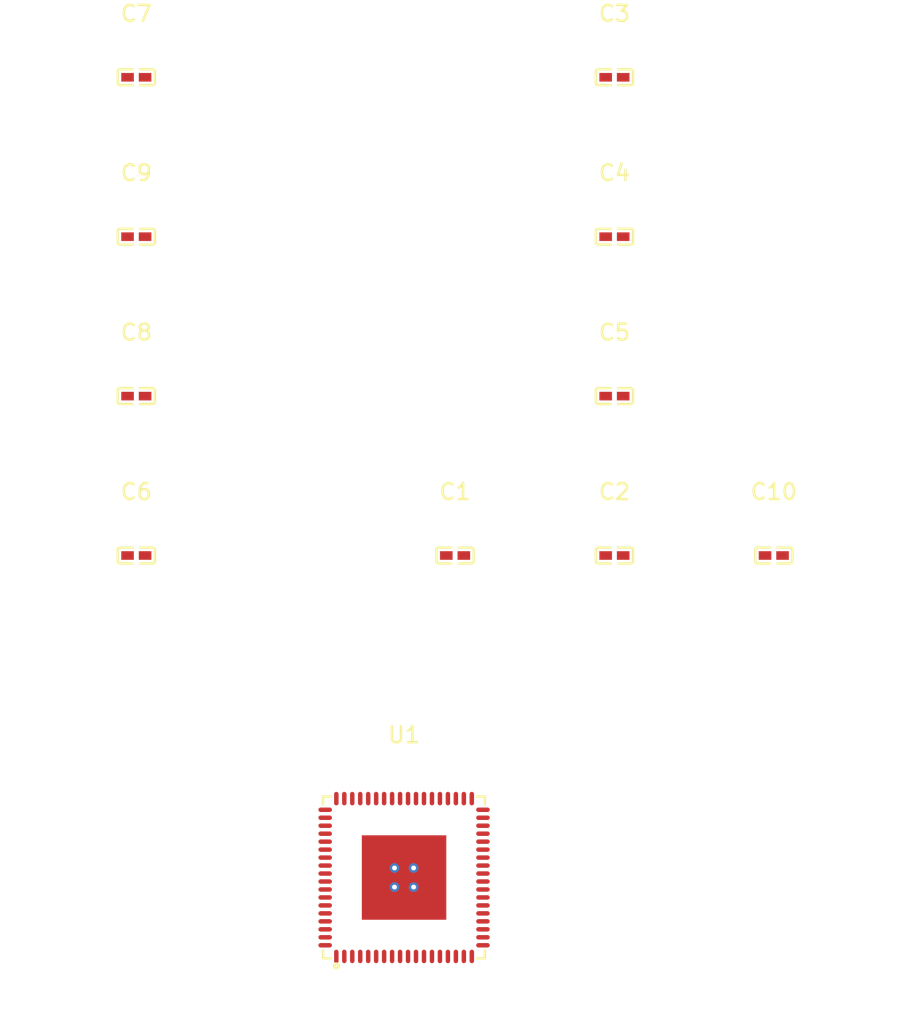
<source format=kicad_pcb>
(kicad_pcb (version 20241229) (generator "pcbnew") (generator_version "9.0")
  (layers (0 "F.Cu" signal) (2 "B.Cu" signal) (13 "F.Paste" user) (15 "B.Paste" user) (5 "F.SilkS" user "F.Silkscreen") (7 "B.SilkS" user "B.Silkscreen") (1 "F.Mask" user) (3 "B.Mask" user) (25 "Edge.Cuts" user))
  (net 0 "")
  (net 2 "LRCLK_OUT3_MP9")
  (net 3 "MOSI_ADDR1")
  (net 4 "BCLK_OUT0")
  (net 5 "LRCLK_IN3_MP13")
  (net 6 "BCLK_IN0")
  (net 7 "LRCLK_OUT1_MP5")
  (net 8 "SDATA_OUT2")
  (net 9 "AUXADC4")
  (net 10 "AUXADC3")
  (net 11 "nRESET")
  (net 12 "SDATA_IN0")
  (net 13 "SPDIFOUT")
  (net 14 "AUXADC2")
  (net 15 "BCLK_IN1")
  (net 16 "BCLK_IN2")
  (net 17 "MISO_SDA")
  (net 18 "VDRIVE")
  (net 19 "MOSI_M_MP1")
  (net 20 "PLLFILT")
  (net 21 "BCLK_OUT1")
  (net 22 "XTALOUT")
  (net 23 "MP7")
  (net 24 "LRCLK_OUT0_MP4")
  (net 25 "SDATA_OUT0")
  (net 26 "AUXADC5")
  (net 27 "SS_M_MP0")
  (net 28 "LRCLK_IN0_MP10")
  (net 30 "AUXADC0")
  (net 31 "LRCLK_OUT2_MP8")
  (net 32 "AUXADC1")
  (net 33 "SDATA_OUT3")
  (net 34 "SDATA_IN2")
  (net 35 "BCLK_OUT2")
  (net 36 "SCLK_SCL")
  (net 37 "BCLK_IN3")
  (net 38 "SDATA_IN1")
  (net 39 "THD_M")
  (net 40 "CLKOUT")
  (net 41 "LRCLK_IN1_MP11")
  (net 42 "LRCLK_IN2_MP12")
  (net 43 "SELFBOOT")
  (net 44 "SDATA_IN3")
  (net 45 "BCLK_OUT3")
  (net 46 "SS_ADDR0")
  (net 47 "SPDIFIN")
  (net 48 "XTALIN_MCLK")
  (net 49 "SDATA_OUT1")
  (net 50 "THD_P")
  (net 51 "MP6")
  (net 53 "gnd")
  (net 1 "hv")
  (net 54 "DVDD[1]")
  (footprint "atopile:C0402-b3ef17" (layer "F.Cu") (at 30.4 40.8 0)
    (property "Reference" "C8" (at 0 -4 0) (layer "F.SilkS") (hide no))
    (property "Value" "100nF ±10% 16V X7R")
    (fp_line (start -1.17 0.35) (end -1.17 -0.35) (stroke (width 0.15)) (layer "F.SilkS"))
    (fp_line (start -1.02 -0.5) (end -0.23 -0.5) (stroke (width 0.15)) (layer "F.SilkS"))
    (fp_line (start -0.23 0.5) (end -1.02 0.5) (stroke (width 0.15)) (layer "F.SilkS"))
    (fp_line (start 0.23 0.5) (end 1.02 0.5) (stroke (width 0.15)) (layer "F.SilkS"))
    (fp_line (start 1.02 -0.5) (end 0.23 -0.5) (stroke (width 0.15)) (layer "F.SilkS"))
    (fp_line (start 1.17 0.35) (end 1.17 -0.35) (stroke (width 0.15)) (layer "F.SilkS"))
    (fp_arc (start -1.17 -0.35) (mid -1.126066 -0.456066) (end -1.02 -0.5) (stroke (width 0.15)) (layer "F.SilkS"))
    (fp_arc (start -1.02 0.5) (mid -1.126066 0.456066) (end -1.17 0.35) (stroke (width 0.15)) (layer "F.SilkS"))
    (fp_arc (start 1.02 -0.5) (mid 1.126066 -0.456066) (end 1.17 -0.35) (stroke (width 0.15)) (layer "F.SilkS"))
    (fp_arc (start 1.17 0.35) (mid 1.126066 0.456066) (end 1.02 0.5) (stroke (width 0.15)) (layer "F.SilkS"))
    (fp_text user "${REFERENCE}" (at 0 -4 0) (layer "F.SilkS"))
    (pad "1" smd rect (at -0.55 0 0) (size 0.79 0.54) (layers "F.Cu" "F.Mask" "F.Paste") (net 1 "hv"))
    (pad "2" smd rect (at 0.55 0 0) (size 0.79 0.54) (layers "F.Cu" "F.Mask" "F.Paste") (net 53 "gnd"))
  )
  (footprint "atopile:C0402-b3ef17" (layer "F.Cu") (at 60.4 30.8 0)
    (property "Reference" "C4" (at 0 -4 0) (layer "F.SilkS") (hide no))
    (property "Value" "100nF ±10% 16V X7R")
    (fp_line (start -1.17 0.35) (end -1.17 -0.35) (stroke (width 0.15)) (layer "F.SilkS"))
    (fp_line (start -1.02 -0.5) (end -0.23 -0.5) (stroke (width 0.15)) (layer "F.SilkS"))
    (fp_line (start -0.23 0.5) (end -1.02 0.5) (stroke (width 0.15)) (layer "F.SilkS"))
    (fp_line (start 0.23 0.5) (end 1.02 0.5) (stroke (width 0.15)) (layer "F.SilkS"))
    (fp_line (start 1.02 -0.5) (end 0.23 -0.5) (stroke (width 0.15)) (layer "F.SilkS"))
    (fp_line (start 1.17 0.35) (end 1.17 -0.35) (stroke (width 0.15)) (layer "F.SilkS"))
    (fp_arc (start -1.17 -0.35) (mid -1.126066 -0.456066) (end -1.02 -0.5) (stroke (width 0.15)) (layer "F.SilkS"))
    (fp_arc (start -1.02 0.5) (mid -1.126066 0.456066) (end -1.17 0.35) (stroke (width 0.15)) (layer "F.SilkS"))
    (fp_arc (start 1.02 -0.5) (mid 1.126066 -0.456066) (end 1.17 -0.35) (stroke (width 0.15)) (layer "F.SilkS"))
    (fp_arc (start 1.17 0.35) (mid 1.126066 0.456066) (end 1.02 0.5) (stroke (width 0.15)) (layer "F.SilkS"))
    (fp_text user "${REFERENCE}" (at 0 -4 0) (layer "F.SilkS"))
    (pad "1" smd rect (at -0.55 0 0) (size 0.79 0.54) (layers "F.Cu" "F.Mask" "F.Paste") (net 54 "DVDD[1]"))
    (pad "2" smd rect (at 0.55 0 0) (size 0.79 0.54) (layers "F.Cu" "F.Mask" "F.Paste") (net 53 "gnd"))
  )
  (footprint "atopile:C0402-b3ef17" (layer "F.Cu") (at 30.4 30.8 0)
    (property "Reference" "C9" (at 0 -4 0) (layer "F.SilkS") (hide no))
    (property "Value" "100nF ±10% 16V X7R")
    (fp_line (start -1.17 0.35) (end -1.17 -0.35) (stroke (width 0.15)) (layer "F.SilkS"))
    (fp_line (start -1.02 -0.5) (end -0.23 -0.5) (stroke (width 0.15)) (layer "F.SilkS"))
    (fp_line (start -0.23 0.5) (end -1.02 0.5) (stroke (width 0.15)) (layer "F.SilkS"))
    (fp_line (start 0.23 0.5) (end 1.02 0.5) (stroke (width 0.15)) (layer "F.SilkS"))
    (fp_line (start 1.02 -0.5) (end 0.23 -0.5) (stroke (width 0.15)) (layer "F.SilkS"))
    (fp_line (start 1.17 0.35) (end 1.17 -0.35) (stroke (width 0.15)) (layer "F.SilkS"))
    (fp_arc (start -1.17 -0.35) (mid -1.126066 -0.456066) (end -1.02 -0.5) (stroke (width 0.15)) (layer "F.SilkS"))
    (fp_arc (start -1.02 0.5) (mid -1.126066 0.456066) (end -1.17 0.35) (stroke (width 0.15)) (layer "F.SilkS"))
    (fp_arc (start 1.02 -0.5) (mid 1.126066 -0.456066) (end 1.17 -0.35) (stroke (width 0.15)) (layer "F.SilkS"))
    (fp_arc (start 1.17 0.35) (mid 1.126066 0.456066) (end 1.02 0.5) (stroke (width 0.15)) (layer "F.SilkS"))
    (fp_text user "${REFERENCE}" (at 0 -4 0) (layer "F.SilkS"))
    (pad "1" smd rect (at -0.55 0 0) (size 0.79 0.54) (layers "F.Cu" "F.Mask" "F.Paste") (net 1 "hv"))
    (pad "2" smd rect (at 0.55 0 0) (size 0.79 0.54) (layers "F.Cu" "F.Mask" "F.Paste") (net 53 "gnd"))
  )
  (footprint "atopile:C0402-b3ef17" (layer "F.Cu") (at 50.4 50.8 0)
    (property "Reference" "C1" (at 0 -4 0) (layer "F.SilkS") (hide no))
    (property "Value" "100nF ±10% 16V X7R")
    (fp_line (start -1.17 0.35) (end -1.17 -0.35) (stroke (width 0.15)) (layer "F.SilkS"))
    (fp_line (start -1.02 -0.5) (end -0.23 -0.5) (stroke (width 0.15)) (layer "F.SilkS"))
    (fp_line (start -0.23 0.5) (end -1.02 0.5) (stroke (width 0.15)) (layer "F.SilkS"))
    (fp_line (start 0.23 0.5) (end 1.02 0.5) (stroke (width 0.15)) (layer "F.SilkS"))
    (fp_line (start 1.02 -0.5) (end 0.23 -0.5) (stroke (width 0.15)) (layer "F.SilkS"))
    (fp_line (start 1.17 0.35) (end 1.17 -0.35) (stroke (width 0.15)) (layer "F.SilkS"))
    (fp_arc (start -1.17 -0.35) (mid -1.126066 -0.456066) (end -1.02 -0.5) (stroke (width 0.15)) (layer "F.SilkS"))
    (fp_arc (start -1.02 0.5) (mid -1.126066 0.456066) (end -1.17 0.35) (stroke (width 0.15)) (layer "F.SilkS"))
    (fp_arc (start 1.02 -0.5) (mid 1.126066 -0.456066) (end 1.17 -0.35) (stroke (width 0.15)) (layer "F.SilkS"))
    (fp_arc (start 1.17 0.35) (mid 1.126066 0.456066) (end 1.02 0.5) (stroke (width 0.15)) (layer "F.SilkS"))
    (fp_text user "${REFERENCE}" (at 0 -4 0) (layer "F.SilkS"))
    (pad "1" smd rect (at -0.55 0 0) (size 0.79 0.54) (layers "F.Cu" "F.Mask" "F.Paste") (net 1 "hv"))
    (pad "2" smd rect (at 0.55 0 0) (size 0.79 0.54) (layers "F.Cu" "F.Mask" "F.Paste") (net 53 "gnd"))
  )
  (footprint "atopile:C0402-b3ef17" (layer "F.Cu") (at 60.4 40.8 0)
    (property "Reference" "C5" (at 0 -4 0) (layer "F.SilkS") (hide no))
    (property "Value" "100nF ±10% 16V X7R")
    (fp_line (start -1.17 0.35) (end -1.17 -0.35) (stroke (width 0.15)) (layer "F.SilkS"))
    (fp_line (start -1.02 -0.5) (end -0.23 -0.5) (stroke (width 0.15)) (layer "F.SilkS"))
    (fp_line (start -0.23 0.5) (end -1.02 0.5) (stroke (width 0.15)) (layer "F.SilkS"))
    (fp_line (start 0.23 0.5) (end 1.02 0.5) (stroke (width 0.15)) (layer "F.SilkS"))
    (fp_line (start 1.02 -0.5) (end 0.23 -0.5) (stroke (width 0.15)) (layer "F.SilkS"))
    (fp_line (start 1.17 0.35) (end 1.17 -0.35) (stroke (width 0.15)) (layer "F.SilkS"))
    (fp_arc (start -1.17 -0.35) (mid -1.126066 -0.456066) (end -1.02 -0.5) (stroke (width 0.15)) (layer "F.SilkS"))
    (fp_arc (start -1.02 0.5) (mid -1.126066 0.456066) (end -1.17 0.35) (stroke (width 0.15)) (layer "F.SilkS"))
    (fp_arc (start 1.02 -0.5) (mid 1.126066 -0.456066) (end 1.17 -0.35) (stroke (width 0.15)) (layer "F.SilkS"))
    (fp_arc (start 1.17 0.35) (mid 1.126066 0.456066) (end 1.02 0.5) (stroke (width 0.15)) (layer "F.SilkS"))
    (fp_text user "${REFERENCE}" (at 0 -4 0) (layer "F.SilkS"))
    (pad "1" smd rect (at -0.55 0 0) (size 0.79 0.54) (layers "F.Cu" "F.Mask" "F.Paste") (net 54 "DVDD[1]"))
    (pad "2" smd rect (at 0.55 0 0) (size 0.79 0.54) (layers "F.Cu" "F.Mask" "F.Paste") (net 53 "gnd"))
  )
  (footprint "atopile:C0402-b3ef17" (layer "F.Cu") (at 60.4 50.8 0)
    (property "Reference" "C2" (at 0 -4 0) (layer "F.SilkS") (hide no))
    (property "Value" "100nF ±10% 16V X7R")
    (fp_line (start -1.17 0.35) (end -1.17 -0.35) (stroke (width 0.15)) (layer "F.SilkS"))
    (fp_line (start -1.02 -0.5) (end -0.23 -0.5) (stroke (width 0.15)) (layer "F.SilkS"))
    (fp_line (start -0.23 0.5) (end -1.02 0.5) (stroke (width 0.15)) (layer "F.SilkS"))
    (fp_line (start 0.23 0.5) (end 1.02 0.5) (stroke (width 0.15)) (layer "F.SilkS"))
    (fp_line (start 1.02 -0.5) (end 0.23 -0.5) (stroke (width 0.15)) (layer "F.SilkS"))
    (fp_line (start 1.17 0.35) (end 1.17 -0.35) (stroke (width 0.15)) (layer "F.SilkS"))
    (fp_arc (start -1.17 -0.35) (mid -1.126066 -0.456066) (end -1.02 -0.5) (stroke (width 0.15)) (layer "F.SilkS"))
    (fp_arc (start -1.02 0.5) (mid -1.126066 0.456066) (end -1.17 0.35) (stroke (width 0.15)) (layer "F.SilkS"))
    (fp_arc (start 1.02 -0.5) (mid 1.126066 -0.456066) (end 1.17 -0.35) (stroke (width 0.15)) (layer "F.SilkS"))
    (fp_arc (start 1.17 0.35) (mid 1.126066 0.456066) (end 1.02 0.5) (stroke (width 0.15)) (layer "F.SilkS"))
    (fp_text user "${REFERENCE}" (at 0 -4 0) (layer "F.SilkS"))
    (pad "1" smd rect (at -0.55 0 0) (size 0.79 0.54) (layers "F.Cu" "F.Mask" "F.Paste") (net 54 "DVDD[1]"))
    (pad "2" smd rect (at 0.55 0 0) (size 0.79 0.54) (layers "F.Cu" "F.Mask" "F.Paste") (net 53 "gnd"))
  )
  (footprint "atopile:C0402-b3ef17" (layer "F.Cu") (at 30.4 20.8 0)
    (property "Reference" "C7" (at 0 -4 0) (layer "F.SilkS") (hide no))
    (property "Value" "100nF ±10% 16V X7R")
    (fp_line (start -1.17 0.35) (end -1.17 -0.35) (stroke (width 0.15)) (layer "F.SilkS"))
    (fp_line (start -1.02 -0.5) (end -0.23 -0.5) (stroke (width 0.15)) (layer "F.SilkS"))
    (fp_line (start -0.23 0.5) (end -1.02 0.5) (stroke (width 0.15)) (layer "F.SilkS"))
    (fp_line (start 0.23 0.5) (end 1.02 0.5) (stroke (width 0.15)) (layer "F.SilkS"))
    (fp_line (start 1.02 -0.5) (end 0.23 -0.5) (stroke (width 0.15)) (layer "F.SilkS"))
    (fp_line (start 1.17 0.35) (end 1.17 -0.35) (stroke (width 0.15)) (layer "F.SilkS"))
    (fp_arc (start -1.17 -0.35) (mid -1.126066 -0.456066) (end -1.02 -0.5) (stroke (width 0.15)) (layer "F.SilkS"))
    (fp_arc (start -1.02 0.5) (mid -1.126066 0.456066) (end -1.17 0.35) (stroke (width 0.15)) (layer "F.SilkS"))
    (fp_arc (start 1.02 -0.5) (mid 1.126066 -0.456066) (end 1.17 -0.35) (stroke (width 0.15)) (layer "F.SilkS"))
    (fp_arc (start 1.17 0.35) (mid 1.126066 0.456066) (end 1.02 0.5) (stroke (width 0.15)) (layer "F.SilkS"))
    (fp_text user "${REFERENCE}" (at 0 -4 0) (layer "F.SilkS"))
    (pad "1" smd rect (at -0.55 0 0) (size 0.79 0.54) (layers "F.Cu" "F.Mask" "F.Paste") (net 1 "hv"))
    (pad "2" smd rect (at 0.55 0 0) (size 0.79 0.54) (layers "F.Cu" "F.Mask" "F.Paste") (net 53 "gnd"))
  )
  (footprint "atopile:LFCSP-72_L10.0-W10.0-P0.50-LS10.2-BL-EP5.3-8f2bc3" (layer "F.Cu") (at 47.2 71 0)
    (property "Reference" "U1" (at 0 -8.95 0) (layer "F.SilkS") (hide no))
    (property "Value" "")
    (fp_line (start -5.08 -5.08) (end -4.58 -5.08) (stroke (width 0.15)) (layer "F.SilkS"))
    (fp_line (start -5.08 -4.59) (end -5.08 -5.08) (stroke (width 0.15)) (layer "F.SilkS"))
    (fp_line (start -5.08 4.58) (end -5.08 5.07) (stroke (width 0.15)) (layer "F.SilkS"))
    (fp_line (start -5.08 5.07) (end -4.58 5.07) (stroke (width 0.15)) (layer "F.SilkS"))
    (fp_line (start 5.07 -5.08) (end 4.58 -5.08) (stroke (width 0.15)) (layer "F.SilkS"))
    (fp_line (start 5.07 -4.59) (end 5.07 -5.08) (stroke (width 0.15)) (layer "F.SilkS"))
    (fp_line (start 5.07 4.58) (end 5.07 5.07) (stroke (width 0.15)) (layer "F.SilkS"))
    (fp_line (start 5.07 5.07) (end 4.58 5.07) (stroke (width 0.15)) (layer "F.SilkS"))
    (fp_circle (center -4.25 5.54) (end -4.18 5.54) (stroke (width 0.15)) (fill no) (layer "F.SilkS"))
    (fp_text user "${REFERENCE}" (at 0 -8.95 0) (layer "F.SilkS"))
    (pad "" thru_hole circle (at -0.6 -0.6 0) (size 0.61 0.61) (drill 0.3) (layers "*.Cu" "*.Paste" "*.Mask"))
    (pad "" thru_hole circle (at -0.6 0.6 0) (size 0.61 0.61) (drill 0.3) (layers "*.Cu" "*.Paste" "*.Mask"))
    (pad "" thru_hole circle (at 0.6 -0.6 0) (size 0.61 0.61) (drill 0.3) (layers "*.Cu" "*.Paste" "*.Mask"))
    (pad "" thru_hole circle (at 0.6 0.6 0) (size 0.61 0.61) (drill 0.3) (layers "*.Cu" "*.Paste" "*.Mask"))
    (pad "1" smd oval (at -4.25 4.95 0) (size 0.28 0.85) (layers "F.Cu" "F.Mask" "F.Paste") (net 53 "gnd"))
    (pad "2" smd oval (at -3.75 4.95 0) (size 0.28 0.85) (layers "F.Cu" "F.Mask" "F.Paste") (net 1 "hv"))
    (pad "3" smd oval (at -3.25 4.95 0) (size 0.28 0.85) (layers "F.Cu" "F.Mask" "F.Paste") (net 18 "VDRIVE"))
    (pad "4" smd oval (at -2.75 4.95 0) (size 0.28 0.85) (layers "F.Cu" "F.Mask" "F.Paste") (net 47 "SPDIFIN"))
    (pad "5" smd oval (at -2.25 4.95 0) (size 0.28 0.85) (layers "F.Cu" "F.Mask" "F.Paste") (net 13 "SPDIFOUT"))
    (pad "6" smd oval (at -1.75 4.95 0) (size 0.28 0.85) (layers "F.Cu" "F.Mask" "F.Paste") (net 53 "gnd"))
    (pad "7" smd oval (at -1.25 4.95 0) (size 0.28 0.85) (layers "F.Cu" "F.Mask" "F.Paste") (net 1 "hv"))
    (pad "8" smd oval (at -0.75 4.95 0) (size 0.28 0.85) (layers "F.Cu" "F.Mask" "F.Paste") (net 30 "AUXADC0"))
    (pad "9" smd oval (at -0.25 4.95 0) (size 0.28 0.85) (layers "F.Cu" "F.Mask" "F.Paste") (net 32 "AUXADC1"))
    (pad "10" smd oval (at 0.25 4.95 0) (size 0.28 0.85) (layers "F.Cu" "F.Mask" "F.Paste") (net 14 "AUXADC2"))
    (pad "11" smd oval (at 0.75 4.95 0) (size 0.28 0.85) (layers "F.Cu" "F.Mask" "F.Paste") (net 10 "AUXADC3"))
    (pad "12" smd oval (at 1.25 4.95 0) (size 0.28 0.85) (layers "F.Cu" "F.Mask" "F.Paste") (net 9 "AUXADC4"))
    (pad "13" smd oval (at 1.75 4.95 0) (size 0.28 0.85) (layers "F.Cu" "F.Mask" "F.Paste") (net 26 "AUXADC5"))
    (pad "14" smd oval (at 2.25 4.95 0) (size 0.28 0.85) (layers "F.Cu" "F.Mask" "F.Paste") (net 53 "gnd"))
    (pad "15" smd oval (at 2.75 4.95 0) (size 0.28 0.85) (layers "F.Cu" "F.Mask" "F.Paste") (net 1 "hv"))
    (pad "16" smd oval (at 3.25 4.95 0) (size 0.28 0.85) (layers "F.Cu" "F.Mask" "F.Paste") (net 20 "PLLFILT"))
    (pad "17" smd oval (at 3.75 4.95 0) (size 0.28 0.85) (layers "F.Cu" "F.Mask" "F.Paste") (net 53 "gnd"))
    (pad "18" smd oval (at 4.25 4.95 0) (size 0.28 0.85) (layers "F.Cu" "F.Mask" "F.Paste") (net 1 "hv"))
    (pad "19" smd oval (at 4.95 4.25 0) (size 0.85 0.28) (layers "F.Cu" "F.Mask" "F.Paste") (net 53 "gnd"))
    (pad "20" smd oval (at 4.95 3.75 0) (size 0.85 0.28) (layers "F.Cu" "F.Mask" "F.Paste") (net 54 "DVDD[1]"))
    (pad "21" smd oval (at 4.95 3.25 0) (size 0.85 0.28) (layers "F.Cu" "F.Mask" "F.Paste") (net 48 "XTALIN_MCLK"))
    (pad "22" smd oval (at 4.95 2.75 0) (size 0.85 0.28) (layers "F.Cu" "F.Mask" "F.Paste") (net 22 "XTALOUT"))
    (pad "23" smd oval (at 4.95 2.25 0) (size 0.85 0.28) (layers "F.Cu" "F.Mask" "F.Paste") (net 40 "CLKOUT"))
    (pad "24" smd oval (at 4.95 1.75 0) (size 0.85 0.28) (layers "F.Cu" "F.Mask" "F.Paste") (net 11 "nRESET"))
    (pad "25" smd oval (at 4.95 1.25 0) (size 0.85 0.28) (layers "F.Cu" "F.Mask" "F.Paste") (net 53 "gnd"))
    (pad "26" smd oval (at 4.95 0.75 0) (size 0.85 0.28) (layers "F.Cu" "F.Mask" "F.Paste") (net 27 "SS_M_MP0"))
    (pad "27" smd oval (at 4.95 0.25 0) (size 0.85 0.28) (layers "F.Cu" "F.Mask" "F.Paste") (net 19 "MOSI_M_MP1"))
    (pad "28" smd oval (at 4.95 -0.25 0) (size 0.85 0.28) (layers "F.Cu" "F.Mask" "F.Paste") (net 36 "SCLK_SCL"))
    (pad "29" smd oval (at 4.95 -0.75 0) (size 0.85 0.28) (layers "F.Cu" "F.Mask" "F.Paste") (net 17 "MISO_SDA"))
    (pad "30" smd oval (at 4.95 -1.25 0) (size 0.85 0.28) (layers "F.Cu" "F.Mask" "F.Paste") (net 17 "MISO_SDA"))
    (pad "31" smd oval (at 4.95 -1.75 0) (size 0.85 0.28) (layers "F.Cu" "F.Mask" "F.Paste") (net 36 "SCLK_SCL"))
    (pad "32" smd oval (at 4.95 -2.25 0) (size 0.85 0.28) (layers "F.Cu" "F.Mask" "F.Paste") (net 3 "MOSI_ADDR1"))
    (pad "33" smd oval (at 4.95 -2.75 0) (size 0.85 0.28) (layers "F.Cu" "F.Mask" "F.Paste") (net 46 "SS_ADDR0"))
    (pad "34" smd oval (at 4.95 -3.25 0) (size 0.85 0.28) (layers "F.Cu" "F.Mask" "F.Paste") (net 43 "SELFBOOT"))
    (pad "35" smd oval (at 4.95 -3.75 0) (size 0.85 0.28) (layers "F.Cu" "F.Mask" "F.Paste") (net 54 "DVDD[1]"))
    (pad "36" smd oval (at 4.95 -4.25 0) (size 0.85 0.28) (layers "F.Cu" "F.Mask" "F.Paste") (net 53 "gnd"))
    (pad "37" smd oval (at 4.25 -4.95 0) (size 0.28 0.85) (layers "F.Cu" "F.Mask" "F.Paste") (net 53 "gnd"))
    (pad "38" smd oval (at 3.75 -4.95 0) (size 0.28 0.85) (layers "F.Cu" "F.Mask" "F.Paste") (net 1 "hv"))
    (pad "39" smd oval (at 3.25 -4.95 0) (size 0.28 0.85) (layers "F.Cu" "F.Mask" "F.Paste") (net 24 "LRCLK_OUT0_MP4"))
    (pad "40" smd oval (at 2.75 -4.95 0) (size 0.28 0.85) (layers "F.Cu" "F.Mask" "F.Paste") (net 4 "BCLK_OUT0"))
    (pad "41" smd oval (at 2.25 -4.95 0) (size 0.28 0.85) (layers "F.Cu" "F.Mask" "F.Paste") (net 25 "SDATA_OUT0"))
    (pad "42" smd oval (at 1.75 -4.95 0) (size 0.28 0.85) (layers "F.Cu" "F.Mask" "F.Paste") (net 7 "LRCLK_OUT1_MP5"))
    (pad "43" smd oval (at 1.25 -4.95 0) (size 0.28 0.85) (layers "F.Cu" "F.Mask" "F.Paste") (net 21 "BCLK_OUT1"))
    (pad "44" smd oval (at 0.75 -4.95 0) (size 0.28 0.85) (layers "F.Cu" "F.Mask" "F.Paste") (net 49 "SDATA_OUT1"))
    (pad "45" smd oval (at 0.25 -4.95 0) (size 0.28 0.85) (layers "F.Cu" "F.Mask" "F.Paste") (net 51 "MP6"))
    (pad "46" smd oval (at -0.25 -4.95 0) (size 0.28 0.85) (layers "F.Cu" "F.Mask" "F.Paste") (net 23 "MP7"))
    (pad "47" smd oval (at -0.75 -4.95 0) (size 0.28 0.85) (layers "F.Cu" "F.Mask" "F.Paste") (net 31 "LRCLK_OUT2_MP8"))
    (pad "48" smd oval (at -1.25 -4.95 0) (size 0.28 0.85) (layers "F.Cu" "F.Mask" "F.Paste") (net 35 "BCLK_OUT2"))
    (pad "49" smd oval (at -1.75 -4.95 0) (size 0.28 0.85) (layers "F.Cu" "F.Mask" "F.Paste") (net 8 "SDATA_OUT2"))
    (pad "50" smd oval (at -2.25 -4.95 0) (size 0.28 0.85) (layers "F.Cu" "F.Mask" "F.Paste") (net 2 "LRCLK_OUT3_MP9"))
    (pad "51" smd oval (at -2.75 -4.95 0) (size 0.28 0.85) (layers "F.Cu" "F.Mask" "F.Paste") (net 45 "BCLK_OUT3"))
    (pad "52" smd oval (at -3.25 -4.95 0) (size 0.28 0.85) (layers "F.Cu" "F.Mask" "F.Paste") (net 33 "SDATA_OUT3"))
    (pad "53" smd oval (at -3.75 -4.95 0) (size 0.28 0.85) (layers "F.Cu" "F.Mask" "F.Paste") (net 54 "DVDD[1]"))
    (pad "54" smd oval (at -4.25 -4.95 0) (size 0.28 0.85) (layers "F.Cu" "F.Mask" "F.Paste") (net 53 "gnd"))
    (pad "55" smd oval (at -4.95 -4.25 0) (size 0.85 0.28) (layers "F.Cu" "F.Mask" "F.Paste") (net 53 "gnd"))
    (pad "56" smd oval (at -4.95 -3.75 0) (size 0.85 0.28) (layers "F.Cu" "F.Mask" "F.Paste") (net 1 "hv"))
    (pad "57" smd oval (at -4.95 -3.25 0) (size 0.85 0.28) (layers "F.Cu" "F.Mask" "F.Paste") (net 6 "BCLK_IN0"))
    (pad "58" smd oval (at -4.95 -2.75 0) (size 0.85 0.28) (layers "F.Cu" "F.Mask" "F.Paste") (net 28 "LRCLK_IN0_MP10"))
    (pad "59" smd oval (at -4.95 -2.25 0) (size 0.85 0.28) (layers "F.Cu" "F.Mask" "F.Paste") (net 12 "SDATA_IN0"))
    (pad "60" smd oval (at -4.95 -1.75 0) (size 0.85 0.28) (layers "F.Cu" "F.Mask" "F.Paste") (net 15 "BCLK_IN1"))
    (pad "61" smd oval (at -4.95 -1.25 0) (size 0.85 0.28) (layers "F.Cu" "F.Mask" "F.Paste") (net 41 "LRCLK_IN1_MP11"))
    (pad "62" smd oval (at -4.95 -0.75 0) (size 0.85 0.28) (layers "F.Cu" "F.Mask" "F.Paste") (net 38 "SDATA_IN1"))
    (pad "63" smd oval (at -4.95 -0.25 0) (size 0.85 0.28) (layers "F.Cu" "F.Mask" "F.Paste") (net 39 "THD_M"))
    (pad "64" smd oval (at -4.95 0.25 0) (size 0.85 0.28) (layers "F.Cu" "F.Mask" "F.Paste") (net 50 "THD_P"))
    (pad "65" smd oval (at -4.95 0.75 0) (size 0.85 0.28) (layers "F.Cu" "F.Mask" "F.Paste") (net 16 "BCLK_IN2"))
    (pad "66" smd oval (at -4.95 1.25 0) (size 0.85 0.28) (layers "F.Cu" "F.Mask" "F.Paste") (net 42 "LRCLK_IN2_MP12"))
    (pad "67" smd oval (at -4.95 1.75 0) (size 0.85 0.28) (layers "F.Cu" "F.Mask" "F.Paste") (net 34 "SDATA_IN2"))
    (pad "68" smd oval (at -4.95 2.25 0) (size 0.85 0.28) (layers "F.Cu" "F.Mask" "F.Paste") (net 37 "BCLK_IN3"))
    (pad "69" smd oval (at -4.95 2.75 0) (size 0.85 0.28) (layers "F.Cu" "F.Mask" "F.Paste") (net 5 "LRCLK_IN3_MP13"))
    (pad "70" smd oval (at -4.95 3.25 0) (size 0.85 0.28) (layers "F.Cu" "F.Mask" "F.Paste") (net 44 "SDATA_IN3"))
    (pad "71" smd oval (at -4.95 3.75 0) (size 0.85 0.28) (layers "F.Cu" "F.Mask" "F.Paste") (net 54 "DVDD[1]"))
    (pad "72" smd oval (at -4.95 4.25 0) (size 0.85 0.28) (layers "F.Cu" "F.Mask" "F.Paste") (net 53 "gnd"))
    (pad "73" smd rect (at 0 0 0) (size 5.3 5.3) (layers "F.Cu" "F.Mask" "F.Paste") (net 53 "gnd"))
  )
  (footprint "atopile:C0402-b3ef17" (layer "F.Cu") (at 70.4 50.8 0)
    (property "Reference" "C10" (at 0 -4 0) (layer "F.SilkS") (hide no))
    (property "Value" "100nF ±10% 16V X7R")
    (fp_line (start -1.17 0.35) (end -1.17 -0.35) (stroke (width 0.15)) (layer "F.SilkS"))
    (fp_line (start -1.02 -0.5) (end -0.23 -0.5) (stroke (width 0.15)) (layer "F.SilkS"))
    (fp_line (start -0.23 0.5) (end -1.02 0.5) (stroke (width 0.15)) (layer "F.SilkS"))
    (fp_line (start 0.23 0.5) (end 1.02 0.5) (stroke (width 0.15)) (layer "F.SilkS"))
    (fp_line (start 1.02 -0.5) (end 0.23 -0.5) (stroke (width 0.15)) (layer "F.SilkS"))
    (fp_line (start 1.17 0.35) (end 1.17 -0.35) (stroke (width 0.15)) (layer "F.SilkS"))
    (fp_arc (start -1.17 -0.35) (mid -1.126066 -0.456066) (end -1.02 -0.5) (stroke (width 0.15)) (layer "F.SilkS"))
    (fp_arc (start -1.02 0.5) (mid -1.126066 0.456066) (end -1.17 0.35) (stroke (width 0.15)) (layer "F.SilkS"))
    (fp_arc (start 1.02 -0.5) (mid 1.126066 -0.456066) (end 1.17 -0.35) (stroke (width 0.15)) (layer "F.SilkS"))
    (fp_arc (start 1.17 0.35) (mid 1.126066 0.456066) (end 1.02 0.5) (stroke (width 0.15)) (layer "F.SilkS"))
    (fp_text user "${REFERENCE}" (at 0 -4 0) (layer "F.SilkS"))
    (pad "1" smd rect (at -0.55 0 0) (size 0.79 0.54) (layers "F.Cu" "F.Mask" "F.Paste") (net 1 "hv"))
    (pad "2" smd rect (at 0.55 0 0) (size 0.79 0.54) (layers "F.Cu" "F.Mask" "F.Paste") (net 53 "gnd"))
  )
  (footprint "atopile:C0402-b3ef17" (layer "F.Cu") (at 60.4 20.8 0)
    (property "Reference" "C3" (at 0 -4 0) (layer "F.SilkS") (hide no))
    (property "Value" "100nF ±10% 16V X7R")
    (fp_line (start -1.17 0.35) (end -1.17 -0.35) (stroke (width 0.15)) (layer "F.SilkS"))
    (fp_line (start -1.02 -0.5) (end -0.23 -0.5) (stroke (width 0.15)) (layer "F.SilkS"))
    (fp_line (start -0.23 0.5) (end -1.02 0.5) (stroke (width 0.15)) (layer "F.SilkS"))
    (fp_line (start 0.23 0.5) (end 1.02 0.5) (stroke (width 0.15)) (layer "F.SilkS"))
    (fp_line (start 1.02 -0.5) (end 0.23 -0.5) (stroke (width 0.15)) (layer "F.SilkS"))
    (fp_line (start 1.17 0.35) (end 1.17 -0.35) (stroke (width 0.15)) (layer "F.SilkS"))
    (fp_arc (start -1.17 -0.35) (mid -1.126066 -0.456066) (end -1.02 -0.5) (stroke (width 0.15)) (layer "F.SilkS"))
    (fp_arc (start -1.02 0.5) (mid -1.126066 0.456066) (end -1.17 0.35) (stroke (width 0.15)) (layer "F.SilkS"))
    (fp_arc (start 1.02 -0.5) (mid 1.126066 -0.456066) (end 1.17 -0.35) (stroke (width 0.15)) (layer "F.SilkS"))
    (fp_arc (start 1.17 0.35) (mid 1.126066 0.456066) (end 1.02 0.5) (stroke (width 0.15)) (layer "F.SilkS"))
    (fp_text user "${REFERENCE}" (at 0 -4 0) (layer "F.SilkS"))
    (pad "1" smd rect (at -0.55 0 0) (size 0.79 0.54) (layers "F.Cu" "F.Mask" "F.Paste") (net 54 "DVDD[1]"))
    (pad "2" smd rect (at 0.55 0 0) (size 0.79 0.54) (layers "F.Cu" "F.Mask" "F.Paste") (net 53 "gnd"))
  )
  (footprint "atopile:C0402-b3ef17" (layer "F.Cu") (at 30.4 50.8 0)
    (property "Reference" "C6" (at 0 -4 0) (layer "F.SilkS") (hide no))
    (property "Value" "100nF ±10% 16V X7R")
    (fp_line (start -1.17 0.35) (end -1.17 -0.35) (stroke (width 0.15)) (layer "F.SilkS"))
    (fp_line (start -1.02 -0.5) (end -0.23 -0.5) (stroke (width 0.15)) (layer "F.SilkS"))
    (fp_line (start -0.23 0.5) (end -1.02 0.5) (stroke (width 0.15)) (layer "F.SilkS"))
    (fp_line (start 0.23 0.5) (end 1.02 0.5) (stroke (width 0.15)) (layer "F.SilkS"))
    (fp_line (start 1.02 -0.5) (end 0.23 -0.5) (stroke (width 0.15)) (layer "F.SilkS"))
    (fp_line (start 1.17 0.35) (end 1.17 -0.35) (stroke (width 0.15)) (layer "F.SilkS"))
    (fp_arc (start -1.17 -0.35) (mid -1.126066 -0.456066) (end -1.02 -0.5) (stroke (width 0.15)) (layer "F.SilkS"))
    (fp_arc (start -1.02 0.5) (mid -1.126066 0.456066) (end -1.17 0.35) (stroke (width 0.15)) (layer "F.SilkS"))
    (fp_arc (start 1.02 -0.5) (mid 1.126066 -0.456066) (end 1.17 -0.35) (stroke (width 0.15)) (layer "F.SilkS"))
    (fp_arc (start 1.17 0.35) (mid 1.126066 0.456066) (end 1.02 0.5) (stroke (width 0.15)) (layer "F.SilkS"))
    (fp_text user "${REFERENCE}" (at 0 -4 0) (layer "F.SilkS"))
    (pad "1" smd rect (at -0.55 0 0) (size 0.79 0.54) (layers "F.Cu" "F.Mask" "F.Paste") (net 1 "hv"))
    (pad "2" smd rect (at 0.55 0 0) (size 0.79 0.54) (layers "F.Cu" "F.Mask" "F.Paste") (net 53 "gnd"))
  )
)
</source>
